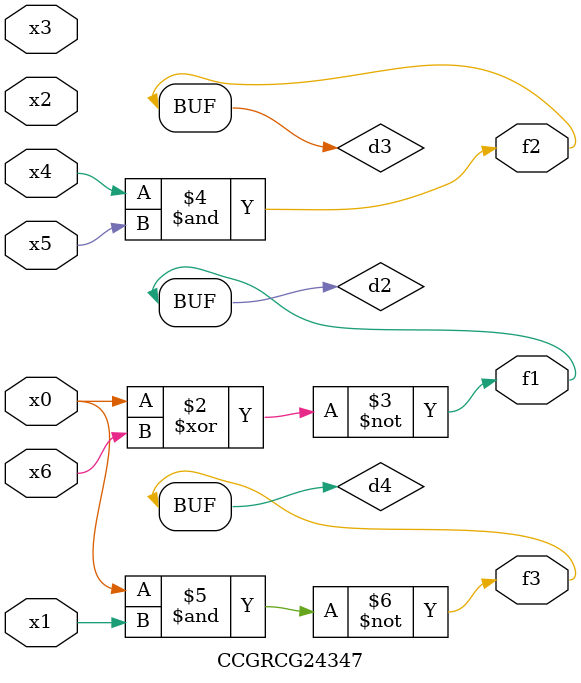
<source format=v>
module CCGRCG24347(
	input x0, x1, x2, x3, x4, x5, x6,
	output f1, f2, f3
);

	wire d1, d2, d3, d4;

	nor (d1, x0);
	xnor (d2, x0, x6);
	and (d3, x4, x5);
	nand (d4, x0, x1);
	assign f1 = d2;
	assign f2 = d3;
	assign f3 = d4;
endmodule

</source>
